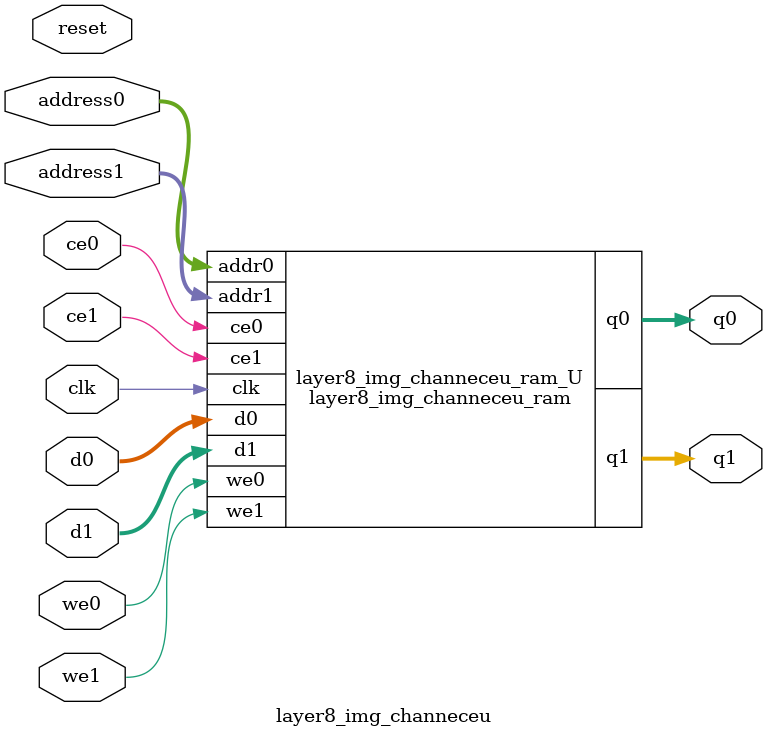
<source format=v>
`timescale 1 ns / 1 ps
module layer8_img_channeceu_ram (addr0, ce0, d0, we0, q0, addr1, ce1, d1, we1, q1,  clk);

parameter DWIDTH = 4;
parameter AWIDTH = 15;
parameter MEM_SIZE = 18480;

input[AWIDTH-1:0] addr0;
input ce0;
input[DWIDTH-1:0] d0;
input we0;
output reg[DWIDTH-1:0] q0;
input[AWIDTH-1:0] addr1;
input ce1;
input[DWIDTH-1:0] d1;
input we1;
output reg[DWIDTH-1:0] q1;
input clk;

(* ram_style = "block" *)reg [DWIDTH-1:0] ram[0:MEM_SIZE-1];




always @(posedge clk)  
begin 
    if (ce0) 
    begin
        if (we0) 
        begin 
            ram[addr0] <= d0; 
        end 
        q0 <= ram[addr0];
    end
end


always @(posedge clk)  
begin 
    if (ce1) 
    begin
        if (we1) 
        begin 
            ram[addr1] <= d1; 
        end 
        q1 <= ram[addr1];
    end
end


endmodule

`timescale 1 ns / 1 ps
module layer8_img_channeceu(
    reset,
    clk,
    address0,
    ce0,
    we0,
    d0,
    q0,
    address1,
    ce1,
    we1,
    d1,
    q1);

parameter DataWidth = 32'd4;
parameter AddressRange = 32'd18480;
parameter AddressWidth = 32'd15;
input reset;
input clk;
input[AddressWidth - 1:0] address0;
input ce0;
input we0;
input[DataWidth - 1:0] d0;
output[DataWidth - 1:0] q0;
input[AddressWidth - 1:0] address1;
input ce1;
input we1;
input[DataWidth - 1:0] d1;
output[DataWidth - 1:0] q1;



layer8_img_channeceu_ram layer8_img_channeceu_ram_U(
    .clk( clk ),
    .addr0( address0 ),
    .ce0( ce0 ),
    .we0( we0 ),
    .d0( d0 ),
    .q0( q0 ),
    .addr1( address1 ),
    .ce1( ce1 ),
    .we1( we1 ),
    .d1( d1 ),
    .q1( q1 ));

endmodule


</source>
